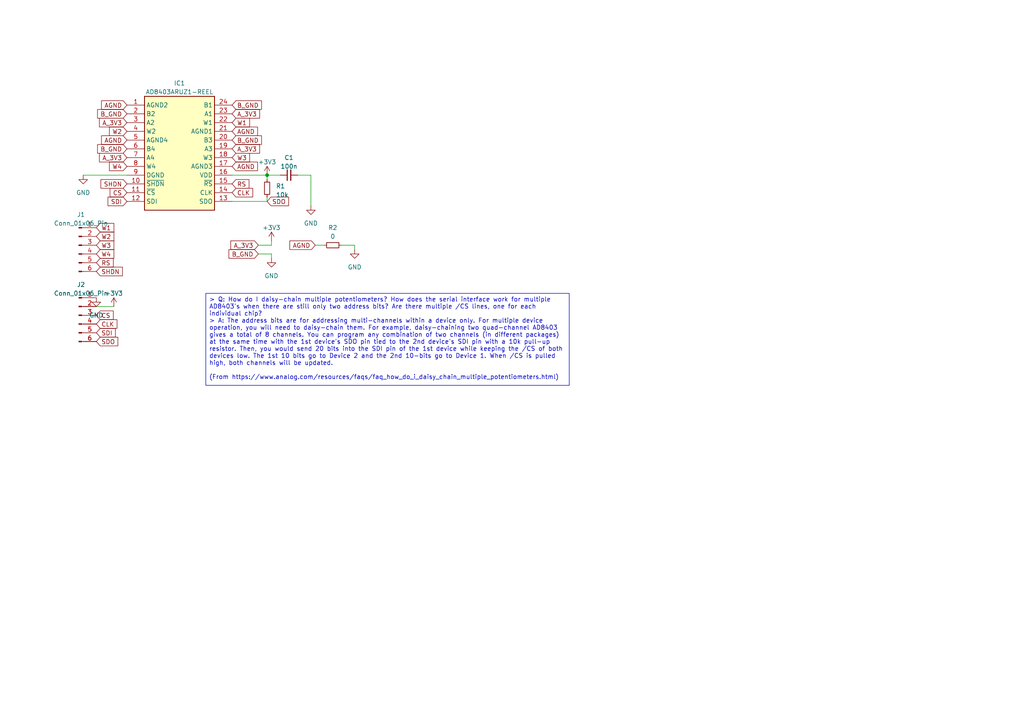
<source format=kicad_sch>
(kicad_sch (version 20230121) (generator eeschema)
  (paper "A4")
  (lib_symbols
    (symbol "AD8403ARUZ1-REEL:AD8403ARUZ1-REEL"
      (property "Reference" "IC" (at 26.67 7.62 0))
      (property "Value" "AD8403ARUZ1-REEL" (at 26.67 5.08 0))
      (symbol "AD8403ARUZ1-REEL_1_1"
        (rectangle (start 5.08 2.54) (end 25.4 -30.48) (stroke (width 0.254)) (fill (type background)))
        (pin passive line (at 0 0 0) (length 5.08) (name "AGND2") (number "1"))
        (pin passive line (at 0 -22.86 0) (length 5.08) (name "~{SHDN}") (number "10"))
        (pin passive line (at 0 -25.4 0) (length 5.08) (name "~{CS}") (number "11"))
        (pin passive line (at 0 -27.94 0) (length 5.08) (name "SDI") (number "12"))
        (pin passive line (at 30.48 -27.94 180) (length 5.08) (name "SDO") (number "13"))
        (pin passive line (at 30.48 -25.4 180) (length 5.08) (name "CLK") (number "14"))
        (pin passive line (at 30.48 -22.86 180) (length 5.08) (name "~{RS}") (number "15"))
        (pin passive line (at 30.48 -20.32 180) (length 5.08) (name "VDD") (number "16"))
        (pin passive line (at 30.48 -17.78 180) (length 5.08) (name "AGND3") (number "17"))
        (pin passive line (at 30.48 -15.24 180) (length 5.08) (name "W3") (number "18"))
        (pin passive line (at 30.48 -12.7 180) (length 5.08) (name "A3") (number "19"))
        (pin passive line (at 0 -2.54 0) (length 5.08) (name "B2") (number "2"))
        (pin passive line (at 30.48 -10.16 180) (length 5.08) (name "B3") (number "20"))
        (pin passive line (at 30.48 -7.62 180) (length 5.08) (name "AGND1") (number "21"))
        (pin passive line (at 30.48 -5.08 180) (length 5.08) (name "W1") (number "22"))
        (pin passive line (at 30.48 -2.54 180) (length 5.08) (name "A1") (number "23"))
        (pin passive line (at 30.48 0 180) (length 5.08) (name "B1") (number "24"))
        (pin passive line (at 0 -5.08 0) (length 5.08) (name "A2") (number "3"))
        (pin passive line (at 0 -7.62 0) (length 5.08) (name "W2") (number "4"))
        (pin passive line (at 0 -10.16 0) (length 5.08) (name "AGND4") (number "5"))
        (pin passive line (at 0 -12.7 0) (length 5.08) (name "B4") (number "6"))
        (pin passive line (at 0 -15.24 0) (length 5.08) (name "A4") (number "7"))
        (pin passive line (at 0 -17.78 0) (length 5.08) (name "W4") (number "8"))
        (pin passive line (at 0 -20.32 0) (length 5.08) (name "DGND") (number "9"))
      )
    )
    (symbol "Connector:Conn_01x06_Pin" (pin_names (offset 1.016) hide)
      (property "Reference" "J" (at 0 7.62 0))
      (property "Value" "Conn_01x06_Pin" (at 0 -10.16 0))
      (symbol "Conn_01x06_Pin_1_1"
        (polyline (pts (xy 1.27 -7.62) (xy 0.8636 -7.62)) (stroke (width 0.1524)))
        (polyline (pts (xy 1.27 -5.08) (xy 0.8636 -5.08)) (stroke (width 0.1524)))
        (polyline (pts (xy 1.27 -2.54) (xy 0.8636 -2.54)) (stroke (width 0.1524)))
        (polyline (pts (xy 1.27 0) (xy 0.8636 0)) (stroke (width 0.1524)))
        (polyline (pts (xy 1.27 2.54) (xy 0.8636 2.54)) (stroke (width 0.1524)))
        (polyline (pts (xy 1.27 5.08) (xy 0.8636 5.08)) (stroke (width 0.1524)))
        (rectangle (start 0.8636 -7.493) (end 0 -7.747) (stroke (width 0.1524)) (fill (type outline)))
        (rectangle (start 0.8636 -4.953) (end 0 -5.207) (stroke (width 0.1524)) (fill (type outline)))
        (rectangle (start 0.8636 -2.413) (end 0 -2.667) (stroke (width 0.1524)) (fill (type outline)))
        (rectangle (start 0.8636 0.127) (end 0 -0.127) (stroke (width 0.1524)) (fill (type outline)))
        (rectangle (start 0.8636 2.667) (end 0 2.413) (stroke (width 0.1524)) (fill (type outline)))
        (rectangle (start 0.8636 5.207) (end 0 4.953) (stroke (width 0.1524)) (fill (type outline)))
        (pin passive line (at 5.08 5.08 180) (length 3.81) (name "Pin_1") (number "1"))
        (pin passive line (at 5.08 2.54 180) (length 3.81) (name "Pin_2") (number "2"))
        (pin passive line (at 5.08 0 180) (length 3.81) (name "Pin_3") (number "3"))
        (pin passive line (at 5.08 -2.54 180) (length 3.81) (name "Pin_4") (number "4"))
        (pin passive line (at 5.08 -5.08 180) (length 3.81) (name "Pin_5") (number "5"))
        (pin passive line (at 5.08 -7.62 180) (length 3.81) (name "Pin_6") (number "6"))
      )
    )
    (symbol "Device:C_Small" (pin_numbers hide) (pin_names (offset 0.254) hide)
      (property "Reference" "C" (at 0.254 1.778 0))
      (property "Value" "C_Small" (at 0.254 -2.032 0))
      (symbol "C_Small_0_1"
        (polyline (pts (xy -1.524 -0.508) (xy 1.524 -0.508)) (stroke (width 0.3302)))
        (polyline (pts (xy -1.524 0.508) (xy 1.524 0.508)) (stroke (width 0.3048)))
      )
      (symbol "C_Small_1_1"
        (pin passive line (at 0 2.54 270) (length 2.032) (name "~") (number "1"))
        (pin passive line (at 0 -2.54 90) (length 2.032) (name "~") (number "2"))
      )
    )
    (symbol "Device:R_Small" (pin_numbers hide) (pin_names (offset 0.254) hide)
      (property "Reference" "R" (at 0.762 0.508 0))
      (property "Value" "R_Small" (at 0.762 -1.016 0))
      (symbol "R_Small_0_1"
        (rectangle (start -0.762 1.778) (end 0.762 -1.778) (stroke (width 0.2032)))
      )
      (symbol "R_Small_1_1"
        (pin passive line (at 0 2.54 270) (length 0.762) (name "~") (number "1"))
        (pin passive line (at 0 -2.54 90) (length 0.762) (name "~") (number "2"))
      )
    )
    (symbol "power:+3V3" (power) (pin_names (offset 0))
      (property "Value" "+3V3" (at 0 3.556 0))
      (symbol "+3V3_0_1"
        (polyline (pts (xy -0.762 1.27) (xy 0 2.54)))
        (polyline (pts (xy 0 0) (xy 0 2.54)))
        (polyline (pts (xy 0 2.54) (xy 0.762 1.27)))
      )
      (symbol "+3V3_1_1"
        (pin power_in line (at 0 0 90) (length 0) hide (name "+3V3") (number "1"))
      )
    )
    (symbol "power:GND" (power) (pin_names (offset 0))
      (property "Value" "GND" (at 0 -3.81 0))
      (symbol "GND_0_1"
        (polyline (pts (xy 0 0) (xy 0 -1.27) (xy 1.27 -1.27) (xy 0 -2.54) (xy -1.27 -1.27) (xy 0 -1.27)))
      )
      (symbol "GND_1_1"
        (pin power_in line (at 0 0 270) (length 0) hide (name "GND") (number "1"))
      )
    )
  )
  (junction (at 77.47 50.8))
  (wire (pts (xy 78.74 73.66) (xy 78.74 74.93)))
  (wire (pts (xy 77.47 57.15) (xy 77.47 58.42)))
  (wire (pts (xy 78.74 71.12) (xy 74.93 71.12)))
  (wire (pts (xy 102.87 71.12) (xy 99.06 71.12)))
  (wire (pts (xy 90.17 50.8) (xy 86.36 50.8)))
  (wire (pts (xy 102.87 72.39) (xy 102.87 71.12)))
  (wire (pts (xy 78.74 69.85) (xy 78.74 71.12)))
  (wire (pts (xy 74.93 73.66) (xy 78.74 73.66)))
  (wire (pts (xy 91.44 71.12) (xy 93.98 71.12)))
  (wire (pts (xy 24.13 50.8) (xy 36.83 50.8)))
  (wire (pts (xy 77.47 52.07) (xy 77.47 50.8)))
  (wire (pts (xy 67.31 58.42) (xy 77.47 58.42)))
  (wire (pts (xy 33.02 88.9) (xy 27.94 88.9)))
  (wire (pts (xy 67.31 50.8) (xy 77.47 50.8)))
  (wire (pts (xy 90.17 50.8) (xy 90.17 59.69)))
  (wire (pts (xy 81.28 50.8) (xy 77.47 50.8)))
  (text_box "> Q: How do I daisy-chain multiple potentiometers? How does the serial interface work for multiple AD8403's when there are still only two address bits? Are there multiple /CS lines, one for each individual chip?\n> A: The address bits are for addressing multi-channels within a device only. For multiple device operation, you will need to daisy-chain them. For example, daisy-chaining two quad-channel AD8403 gives a total of 8 channels. You can program any combination of two channels (in different packages) at the same time with the 1st device's SDO pin tied to the 2nd device's SDI pin with a 10k pull-up resistor. Then, you would send 20 bits into the SDI pin of the 1st device while keeping the /CS of both devices low. The 1st 10 bits go to Device 2 and the 2nd 10-bits go to Device 1. When /CS is pulled high, both channels will be updated.\n\n(From https://www.analog.com/resources/faqs/faq_how_do_i_daisy_chain_multiple_potentiometers.html)" (at 59.69 85.09 0) (size 105.41 26.67) (effects (font (size 1.27 1.27)) (justify left top)))
  (global_label "A_3V3" (shape input) (at 67.31 33.02 0) (property "Intersheetrefs" "${INTERSHEET_REFS}" (effects hide)))
  (global_label "B_GND" (shape input) (at 67.31 40.64 0) (property "Intersheetrefs" "${INTERSHEET_REFS}" (effects hide)))
  (global_label "AGND" (shape input) (at 36.83 40.64 180) (property "Intersheetrefs" "${INTERSHEET_REFS}" (effects hide)))
  (global_label "SHDN" (shape input) (at 36.83 53.34 180) (property "Intersheetrefs" "${INTERSHEET_REFS}" (effects hide)))
  (global_label "AGND" (shape input) (at 67.31 38.1 0) (property "Intersheetrefs" "${INTERSHEET_REFS}" (effects hide)))
  (global_label "CLK" (shape input) (at 27.94 93.98 0) (property "Intersheetrefs" "${INTERSHEET_REFS}" (effects hide)))
  (global_label "W4" (shape input) (at 27.94 73.66 0) (property "Intersheetrefs" "${INTERSHEET_REFS}" (effects hide)))
  (global_label "W4" (shape input) (at 36.83 48.26 180) (property "Intersheetrefs" "${INTERSHEET_REFS}" (effects hide)))
  (global_label "W1" (shape input) (at 67.31 35.56 0) (property "Intersheetrefs" "${INTERSHEET_REFS}" (effects hide)))
  (global_label "W1" (shape input) (at 27.94 66.04 0) (property "Intersheetrefs" "${INTERSHEET_REFS}" (effects hide)))
  (global_label "A_3V3" (shape input) (at 36.83 35.56 180) (property "Intersheetrefs" "${INTERSHEET_REFS}" (effects hide)))
  (global_label "RS" (shape input) (at 27.94 76.2 0) (property "Intersheetrefs" "${INTERSHEET_REFS}" (effects hide)))
  (global_label "B_GND" (shape input) (at 67.31 30.48 0) (property "Intersheetrefs" "${INTERSHEET_REFS}" (effects hide)))
  (global_label "AGND" (shape input) (at 67.31 48.26 0) (property "Intersheetrefs" "${INTERSHEET_REFS}" (effects hide)))
  (global_label "A_3V3" (shape input) (at 36.83 45.72 180) (property "Intersheetrefs" "${INTERSHEET_REFS}" (effects hide)))
  (global_label "W3" (shape input) (at 27.94 71.12 0) (property "Intersheetrefs" "${INTERSHEET_REFS}" (effects hide)))
  (global_label "CS" (shape input) (at 27.94 91.44 0) (property "Intersheetrefs" "${INTERSHEET_REFS}" (effects hide)))
  (global_label "RS" (shape input) (at 67.31 53.34 0) (property "Intersheetrefs" "${INTERSHEET_REFS}" (effects hide)))
  (global_label "SDI" (shape input) (at 27.94 96.52 0) (property "Intersheetrefs" "${INTERSHEET_REFS}" (effects hide)))
  (global_label "SHDN" (shape input) (at 27.94 78.74 0) (property "Intersheetrefs" "${INTERSHEET_REFS}" (effects hide)))
  (global_label "W3" (shape input) (at 67.31 45.72 0) (property "Intersheetrefs" "${INTERSHEET_REFS}" (effects hide)))
  (global_label "B_GND" (shape input) (at 36.83 43.18 180) (property "Intersheetrefs" "${INTERSHEET_REFS}" (effects hide)))
  (global_label "B_GND" (shape input) (at 36.83 33.02 180) (property "Intersheetrefs" "${INTERSHEET_REFS}" (effects hide)))
  (global_label "W2" (shape input) (at 27.94 68.58 0) (property "Intersheetrefs" "${INTERSHEET_REFS}" (effects hide)))
  (global_label "A_3V3" (shape input) (at 67.31 43.18 0) (property "Intersheetrefs" "${INTERSHEET_REFS}" (effects hide)))
  (global_label "SDI" (shape input) (at 36.83 58.42 180) (property "Intersheetrefs" "${INTERSHEET_REFS}" (effects hide)))
  (global_label "AGND" (shape input) (at 91.44 71.12 180) (property "Intersheetrefs" "${INTERSHEET_REFS}" (effects hide)))
  (global_label "A_3V3" (shape input) (at 74.93 71.12 180) (property "Intersheetrefs" "${INTERSHEET_REFS}" (effects hide)))
  (global_label "CS" (shape input) (at 36.83 55.88 180) (property "Intersheetrefs" "${INTERSHEET_REFS}" (effects hide)))
  (global_label "SDO" (shape input) (at 27.94 99.06 0) (property "Intersheetrefs" "${INTERSHEET_REFS}" (effects hide)))
  (global_label "SDO" (shape input) (at 77.47 58.42 0) (property "Intersheetrefs" "${INTERSHEET_REFS}" (effects hide)))
  (global_label "CLK" (shape input) (at 67.31 55.88 0) (property "Intersheetrefs" "${INTERSHEET_REFS}" (effects hide)))
  (global_label "AGND" (shape input) (at 36.83 30.48 180) (property "Intersheetrefs" "${INTERSHEET_REFS}" (effects hide)))
  (global_label "W2" (shape input) (at 36.83 38.1 180) (property "Intersheetrefs" "${INTERSHEET_REFS}" (effects hide)))
  (global_label "B_GND" (shape input) (at 74.93 73.66 180) (property "Intersheetrefs" "${INTERSHEET_REFS}" (effects hide)))
  (symbol (lib_id "Connector:Conn_01x06_Pin") (at 22.86 71.12 0) (unit 1)
    (property "Reference" "J1" (at 23.495 62.23 0))
    (property "Value" "Conn_01x06_Pin" (at 23.495 64.77 0))
    (property "Footprint" "Connector_PinHeader_2.54mm:PinHeader_1x06_P2.54mm_Vertical" (effects hide))
  )
  (symbol (lib_id "power:GND") (at 24.13 50.8 0) (unit 1)
    (property "Reference" "#PWR04" (effects hide))
    (property "Value" "GND" (at 24.13 55.88 0))
  )
  (symbol (lib_id "power:GND") (at 90.17 59.69 0) (unit 1)
    (property "Reference" "#PWR05" (effects hide))
    (property "Value" "GND" (at 90.17 64.77 0))
  )
  (symbol (lib_id "power:+3V3") (at 77.47 50.8 0) (unit 1)
    (property "Reference" "#PWR01" (effects hide))
    (property "Value" "+3V3" (at 77.47 46.99 0))
  )
  (symbol (lib_id "power:+3V3") (at 78.74 69.85 0) (unit 1)
    (property "Reference" "#PWR06" (effects hide))
    (property "Value" "+3V3" (at 78.74 66.04 0))
  )
  (symbol (lib_id "Device:R_Small") (at 96.52 71.12 90) (unit 1)
    (property "Reference" "R2" (at 96.52 66.04 90))
    (property "Value" "0" (at 96.52 68.58 90))
    (property "Footprint" "Resistor_SMD:R_0603_1608Metric" (effects hide))
  )
  (symbol (lib_id "power:GND") (at 27.94 86.36 0) (unit 1)
    (property "Reference" "#PWR02" (effects hide))
    (property "Value" "GND" (at 27.94 91.44 0))
  )
  (symbol (lib_id "power:+3V3") (at 33.02 88.9 0) (unit 1)
    (property "Reference" "#PWR08" (effects hide))
    (property "Value" "+3V3" (at 33.02 85.09 0))
  )
  (symbol (lib_id "power:GND") (at 78.74 74.93 0) (unit 1)
    (property "Reference" "#PWR07" (effects hide))
    (property "Value" "GND" (at 78.74 80.01 0))
  )
  (symbol (lib_id "Connector:Conn_01x06_Pin") (at 22.86 91.44 0) (unit 1)
    (property "Reference" "J2" (at 23.495 82.55 0))
    (property "Value" "Conn_01x06_Pin" (at 23.495 85.09 0))
    (property "Footprint" "Connector_PinHeader_2.54mm:PinHeader_1x06_P2.54mm_Vertical" (effects hide))
  )
  (symbol (lib_id "power:GND") (at 102.87 72.39 0) (unit 1)
    (property "Reference" "#PWR03" (effects hide))
    (property "Value" "GND" (at 102.87 77.47 0))
  )
  (symbol (lib_id "Device:R_Small") (at 77.47 54.61 0) (unit 1)
    (property "Reference" "R1" (at 80.01 53.975 0) (effects (justify left)))
    (property "Value" "10k" (at 80.01 56.515 0) (effects (justify left)))
    (property "Footprint" "Resistor_SMD:R_0603_1608Metric" (effects hide))
  )
  (symbol (lib_id "Device:C_Small") (at 83.82 50.8 90) (unit 1)
    (property "Reference" "C1" (at 83.8263 45.72 90))
    (property "Value" "100n" (at 83.8263 48.26 90))
    (property "Footprint" "Capacitor_SMD:C_0603_1608Metric" (effects hide))
  )
  (symbol (lib_id "AD8403ARUZ1-REEL:AD8403ARUZ1-REEL") (at 36.83 30.48 0) (unit 1)
    (property "Reference" "IC1" (at 52.07 24.13 0))
    (property "Value" "AD8403ARUZ1-REEL" (at 52.07 26.67 0))
    (property "Footprint" "AD8403ARUZ1-REEL:SOP65P640X120-24N" (effects hide))
    (property "Datasheet" "https://www.analog.com/media/en/technical-documentation/data-sheets/AD8400_8402_8403.pdf" (effects hide))
    (property "Height" "1.2" (effects hide))
    (property "Manufacturer_Name" "Analog Devices" (effects hide))
    (property "Manufacturer_Part_Number" "AD8403ARUZ1-REEL" (effects hide))
    (property "Mouser Part Number" "584-AD8403ARUZ1-R" (effects hide))
    (property "Mouser Price/Stock" "https://www.mouser.co.uk/ProductDetail/Analog-Devices/AD8403ARUZ1-REEL?qs=%2FtpEQrCGXCxsULPcPcWNhA%3D%3D" (effects hide))
    (property "Arrow Part Number" "AD8403ARUZ1-REEL" (effects hide))
    (property "Arrow Price/Stock" "https://www.arrow.com/en/products/ad8403aruz1-reel/analog-devices?region=nac" (effects hide))
  )
)
</source>
